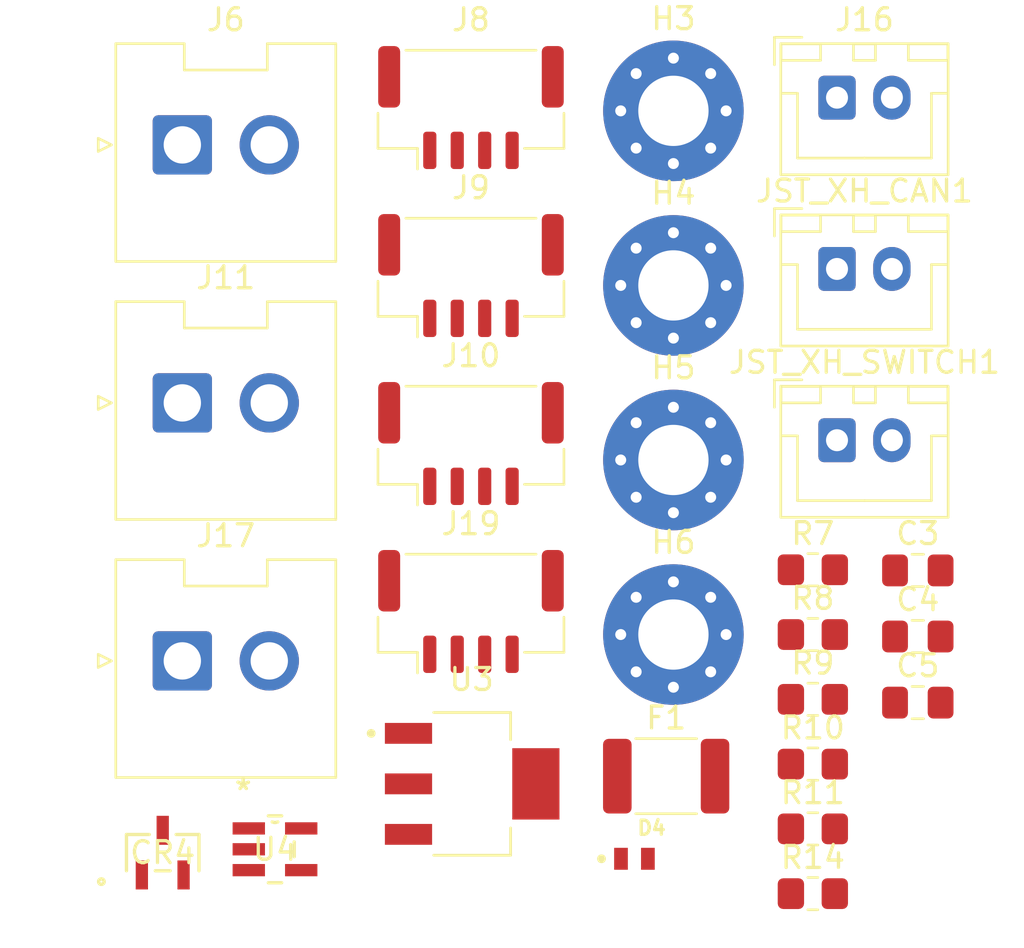
<source format=kicad_pcb>
(kicad_pcb (version 20240108) (generator "pcbnew") (generator_version "8.0")
  (layers (0 "F.Cu" signal) (31 "B.Cu" signal) (34 "B.Paste" user) (35 "F.Paste" user) (36 "B.SilkS" user "B.Silkscreen") (37 "F.SilkS" user "F.Silkscreen") (38 "B.Mask" user) (39 "F.Mask" user) (44 "Edge.Cuts" user))
  (net 0 "")
  (net 1 "GND")
  (net 2 "Net-(U3-VIN)")
  (net 3 "SWITCH")
  (net 4 "V_REG")
  (net 5 "CAN_LOW")
  (net 6 "GND_CAN")
  (net 7 "CAN_HIGH")
  (net 8 "DW_POWER")
  (net 9 "Net-(H3-Pad1)")
  (net 10 "Net-(H4-Pad1)")
  (net 11 "Net-(H5-Pad1)")
  (net 12 "Net-(H6-Pad1)")
  (net 13 "VCC")
  (net 14 "Net-(U4-NO)")
  (net 15 "HEAT_SINK")
  (footprint "Connector_JST:JST_XH_B2B-XH-A_1x02_P2.50mm_Vertical" (layer "F.Cu") (at 136.1 67.55)
    (property "Reference" "JST_XH_CAN1" (at 1.25 -3.55 0) (layer "F.SilkS"))
    (property "Value" "JST XH B2B-XH-A")
    (fp_line (start -2.85 -2.75) (end -2.85 -1.5) (stroke (width 0.12)) (layer "F.SilkS"))
    (fp_line (start -2.56 -2.46) (end -2.56 3.51) (stroke (width 0.12)) (layer "F.SilkS"))
    (fp_line (start -2.56 3.51) (end 5.06 3.51) (stroke (width 0.12)) (layer "F.SilkS"))
    (fp_line (start -2.55 -2.45) (end -2.55 -1.7) (stroke (width 0.12)) (layer "F.SilkS"))
    (fp_line (start -2.55 -1.7) (end -0.75 -1.7) (stroke (width 0.12)) (layer "F.SilkS"))
    (fp_line (start -2.55 -0.2) (end -1.8 -0.2) (stroke (width 0.12)) (layer "F.SilkS"))
    (fp_line (start -1.8 -0.2) (end -1.8 2.75) (stroke (width 0.12)) (layer "F.SilkS"))
    (fp_line (start -1.8 2.75) (end 1.25 2.75) (stroke (width 0.12)) (layer "F.SilkS"))
    (fp_line (start -1.6 -2.75) (end -2.85 -2.75) (stroke (width 0.12)) (layer "F.SilkS"))
    (fp_line (start -0.75 -2.45) (end -2.55 -2.45) (stroke (width 0.12)) (layer "F.SilkS"))
    (fp_line (start -0.75 -1.7) (end -0.75 -2.45) (stroke (width 0.12)) (layer "F.SilkS"))
    (fp_line (start 0.75 -2.45) (end 0.75 -1.7) (stroke (width 0.12)) (layer "F.SilkS"))
    (fp_line (start 0.75 -1.7) (end 1.75 -1.7) (stroke (width 0.12)) (layer "F.SilkS"))
    (fp_line (start 1.75 -2.45) (end 0.75 -2.45) (stroke (width 0.12)) (layer "F.SilkS"))
    (fp_line (start 1.75 -1.7) (end 1.75 -2.45) (stroke (width 0.12)) (layer "F.SilkS"))
    (fp_line (start 3.25 -2.45) (end 3.25 -1.7) (stroke (width 0.12)) (layer "F.SilkS"))
    (fp_line (start 3.25 -1.7) (end 5.05 -1.7) (stroke (width 0.12)) (layer "F.SilkS"))
    (fp_line (start 4.3 -0.2) (end 4.3 2.75) (stroke (width 0.12)) (layer "F.SilkS"))
    (fp_line (start 4.3 2.75) (end 1.25 2.75) (stroke (width 0.12)) (layer "F.SilkS"))
    (fp_line (start 5.05 -2.45) (end 3.25 -2.45) (stroke (width 0.12)) (layer "F.SilkS"))
    (fp_line (start 5.05 -1.7) (end 5.05 -2.45) (stroke (width 0.12)) (layer "F.SilkS"))
    (fp_line (start 5.05 -0.2) (end 4.3 -0.2) (stroke (width 0.12)) (layer "F.SilkS"))
    (fp_line (start 5.06 -2.46) (end -2.56 -2.46) (stroke (width 0.12)) (layer "F.SilkS"))
    (fp_line (start 5.06 3.51) (end 5.06 -2.46) (stroke (width 0.12)) (layer "F.SilkS"))
    (pad "1" thru_hole roundrect (at 0 0) (size 1.7 2) (drill 1) (layers "*.Cu" "*.Mask") (roundrect_rratio 0.147059) (net 5 "CAN_LOW"))
    (pad "2" thru_hole oval (at 2.5 0) (size 1.7 2) (drill 1) (layers "*.Cu" "*.Mask") (net 7 "CAN_HIGH"))
  )
  (footprint "Resistor_SMD:R_0805_2012Metric_Pad1.20x1.40mm_HandSolder" (layer "F.Cu") (at 135 84.2)
    (property "Reference" "R8" (at 0 -1.65 0) (layer "F.SilkS"))
    (property "Value" "1M")
    (fp_line (start -0.227064 -0.735) (end 0.227064 -0.735) (stroke (width 0.12)) (layer "F.SilkS"))
    (fp_line (start -0.227064 0.735) (end 0.227064 0.735) (stroke (width 0.12)) (layer "F.SilkS"))
    (pad "1" smd roundrect (at -1 0) (size 1.2 1.4) (layers "F.Cu" "F.Paste" "F.Mask") (roundrect_rratio 0.208333) (net 10 "Net-(H4-Pad1)"))
    (pad "2" smd roundrect (at 1 0) (size 1.2 1.4) (layers "F.Cu" "F.Paste" "F.Mask") (roundrect_rratio 0.208333) (net 1 "GND"))
  )
  (footprint "MountingHole:MountingHole_3.2mm_M3_Pad_Via" (layer "F.Cu") (at 128.65 60.35)
    (property "Reference" "H3" (at 0 -4.2 0) (layer "F.SilkS"))
    (property "Value" "MountingHole_Pad")
    (pad "1" thru_hole circle (at -2.4 0) (size 0.8 0.8) (drill 0.5) (layers "*.Cu" "*.Mask") (net 9 "Net-(H3-Pad1)"))
    (pad "1" thru_hole circle (at -1.697056 -1.697056) (size 0.8 0.8) (drill 0.5) (layers "*.Cu" "*.Mask") (net 9 "Net-(H3-Pad1)"))
    (pad "1" thru_hole circle (at -1.697056 1.697056) (size 0.8 0.8) (drill 0.5) (layers "*.Cu" "*.Mask") (net 9 "Net-(H3-Pad1)"))
    (pad "1" thru_hole circle (at 0 -2.4) (size 0.8 0.8) (drill 0.5) (layers "*.Cu" "*.Mask") (net 9 "Net-(H3-Pad1)"))
    (pad "1" thru_hole circle (at 0 0) (size 6.4 6.4) (drill 3.2) (layers "*.Cu" "*.Mask") (net 9 "Net-(H3-Pad1)"))
    (pad "1" thru_hole circle (at 0 2.4) (size 0.8 0.8) (drill 0.5) (layers "*.Cu" "*.Mask") (net 9 "Net-(H3-Pad1)"))
    (pad "1" thru_hole circle (at 1.697056 -1.697056) (size 0.8 0.8) (drill 0.5) (layers "*.Cu" "*.Mask") (net 9 "Net-(H3-Pad1)"))
    (pad "1" thru_hole circle (at 1.697056 1.697056) (size 0.8 0.8) (drill 0.5) (layers "*.Cu" "*.Mask") (net 9 "Net-(H3-Pad1)"))
    (pad "1" thru_hole circle (at 2.4 0) (size 0.8 0.8) (drill 0.5) (layers "*.Cu" "*.Mask") (net 9 "Net-(H3-Pad1)"))
  )
  (footprint "Connector_JST:JST_GH_BM04B-GHS-TBT_1x04-1MP_P1.25mm_Vertical" (layer "F.Cu") (at 119.43 83.15)
    (property "Reference" "J19" (at 0 -4 0) (layer "F.SilkS"))
    (property "Value" "Conn_01x04")
    (fp_line (start -4.235 0.26) (end -4.235 1.86) (stroke (width 0.12)) (layer "F.SilkS"))
    (fp_line (start -4.235 1.86) (end -2.435 1.86) (stroke (width 0.12)) (layer "F.SilkS"))
    (fp_line (start -2.965 -2.61) (end 2.965 -2.61) (stroke (width 0.12)) (layer "F.SilkS"))
    (fp_line (start -2.435 1.86) (end -2.435 2.8) (stroke (width 0.12)) (layer "F.SilkS"))
    (fp_line (start 4.235 0.26) (end 4.235 1.86) (stroke (width 0.12)) (layer "F.SilkS"))
    (fp_line (start 4.235 1.86) (end 2.435 1.86) (stroke (width 0.12)) (layer "F.SilkS"))
    (pad "1" smd roundrect (at -1.875 1.95) (size 0.6 1.7) (layers "F.Cu" "F.Paste" "F.Mask") (net 1 "GND"))
    (pad "2" smd roundrect (at -0.625 1.95) (size 0.6 1.7) (layers "F.Cu" "F.Paste" "F.Mask") (net 5 "CAN_LOW"))
    (pad "3" smd roundrect (at 0.625 1.95) (size 0.6 1.7) (layers "F.Cu" "F.Paste" "F.Mask") (net 7 "CAN_HIGH"))
    (pad "4" smd roundrect (at 1.875 1.95) (size 0.6 1.7) (layers "F.Cu" "F.Paste" "F.Mask") (net 13 "VCC"))
    (pad "MP" smd roundrect (at -3.725 -1.4) (size 1 2.8) (layers "F.Cu" "F.Paste" "F.Mask"))
    (pad "MP" smd roundrect (at 3.725 -1.4) (size 1 2.8) (layers "F.Cu" "F.Paste" "F.Mask"))
  )
  (footprint "Capacitor_SMD:C_0805_2012Metric_Pad1.18x1.45mm_HandSolder" (layer "F.Cu") (at 139.78 81.28)
    (property "Reference" "C3" (at 0 -1.68 0) (layer "F.SilkS"))
    (property "Value" "0.1uF")
    (fp_line (start -0.261252 -0.735) (end 0.261252 -0.735) (stroke (width 0.12)) (layer "F.SilkS"))
    (fp_line (start -0.261252 0.735) (end 0.261252 0.735) (stroke (width 0.12)) (layer "F.SilkS"))
    (pad "1" smd roundrect (at -1.0375 0) (size 1.175 1.45) (layers "F.Cu" "F.Paste" "F.Mask") (roundrect_rratio 0.212766) (net 1 "GND"))
    (pad "2" smd roundrect (at 1.0375 0) (size 1.175 1.45) (layers "F.Cu" "F.Paste" "F.Mask") (roundrect_rratio 0.212766) (net 2 "Net-(U3-VIN)"))
  )
  (footprint "MountingHole:MountingHole_3.2mm_M3_Pad_Via" (layer "F.Cu") (at 128.65 84.2)
    (property "Reference" "H6" (at 0 -4.2 0) (layer "F.SilkS"))
    (property "Value" "MountingHole_Pad")
    (pad "1" thru_hole circle (at -2.4 0) (size 0.8 0.8) (drill 0.5) (layers "*.Cu" "*.Mask") (net 12 "Net-(H6-Pad1)"))
    (pad "1" thru_hole circle (at -1.697056 -1.697056) (size 0.8 0.8) (drill 0.5) (layers "*.Cu" "*.Mask") (net 12 "Net-(H6-Pad1)"))
    (pad "1" thru_hole circle (at -1.697056 1.697056) (size 0.8 0.8) (drill 0.5) (layers "*.Cu" "*.Mask") (net 12 "Net-(H6-Pad1)"))
    (pad "1" thru_hole circle (at 0 -2.4) (size 0.8 0.8) (drill 0.5) (layers "*.Cu" "*.Mask") (net 12 "Net-(H6-Pad1)"))
    (pad "1" thru_hole circle (at 0 0) (size 6.4 6.4) (drill 3.2) (layers "*.Cu" "*.Mask") (net 12 "Net-(H6-Pad1)"))
    (pad "1" thru_hole circle (at 0 2.4) (size 0.8 0.8) (drill 0.5) (layers "*.Cu" "*.Mask") (net 12 "Net-(H6-Pad1)"))
    (pad "1" thru_hole circle (at 1.697056 -1.697056) (size 0.8 0.8) (drill 0.5) (layers "*.Cu" "*.Mask") (net 12 "Net-(H6-Pad1)"))
    (pad "1" thru_hole circle (at 1.697056 1.697056) (size 0.8 0.8) (drill 0.5) (layers "*.Cu" "*.Mask") (net 12 "Net-(H6-Pad1)"))
    (pad "1" thru_hole circle (at 2.4 0) (size 0.8 0.8) (drill 0.5) (layers "*.Cu" "*.Mask") (net 12 "Net-(H6-Pad1)"))
  )
  (footprint "Resistor_SMD:R_0805_2012Metric_Pad1.20x1.40mm_HandSolder" (layer "F.Cu") (at 135 93.05)
    (property "Reference" "R11" (at 0 -1.65 0) (layer "F.SilkS"))
    (property "Value" "1M")
    (fp_line (start -0.227064 -0.735) (end 0.227064 -0.735) (stroke (width 0.12)) (layer "F.SilkS"))
    (fp_line (start -0.227064 0.735) (end 0.227064 0.735) (stroke (width 0.12)) (layer "F.SilkS"))
    (pad "1" smd roundrect (at -1 0) (size 1.2 1.4) (layers "F.Cu" "F.Paste" "F.Mask") (roundrect_rratio 0.208333) (net 9 "Net-(H3-Pad1)"))
    (pad "2" smd roundrect (at 1 0) (size 1.2 1.4) (layers "F.Cu" "F.Paste" "F.Mask") (roundrect_rratio 0.208333) (net 1 "GND"))
  )
  (footprint "Connector_JST:JST_VH_B2P-VH-FB-B_1x02_P3.96mm_Vertical" (layer "F.Cu") (at 106.285 85.4)
    (property "Reference" "J17" (at 1.98 -5.7 0) (layer "F.SilkS"))
    (property "Value" "JST_VH_IN/OUT")
    (fp_line (start -3.83 -0.3) (end -3.23 0) (stroke (width 0.12)) (layer "F.SilkS"))
    (fp_line (start -3.83 0.3) (end -3.83 -0.3) (stroke (width 0.12)) (layer "F.SilkS"))
    (fp_line (start -3.23 0) (end -3.83 0.3) (stroke (width 0.12)) (layer "F.SilkS"))
    (fp_line (start -3.03 -4.61) (end 0.09 -4.61) (stroke (width 0.12)) (layer "F.SilkS"))
    (fp_line (start -3.03 5.31) (end -3.03 -4.61) (stroke (width 0.12)) (layer "F.SilkS"))
    (fp_line (start 0.09 -4.61) (end 0.09 -3.41) (stroke (width 0.12)) (layer "F.SilkS"))
    (fp_line (start 0.09 -3.41) (end 3.87 -3.41) (stroke (width 0.12)) (layer "F.SilkS"))
    (fp_line (start 3.87 -4.61) (end 6.99 -4.61) (stroke (width 0.12)) (layer "F.SilkS"))
    (fp_line (start 3.87 -3.41) (end 3.87 -4.61) (stroke (width 0.12)) (layer "F.SilkS"))
    (fp_line (start 6.99 -4.61) (end 6.99 5.31) (stroke (width 0.12)) (layer "F.SilkS"))
    (fp_line (start 6.99 5.31) (end -3.03 5.31) (stroke (width 0.12)) (layer "F.SilkS"))
    (pad "" np_thru_hole circle (at -1.5 -3.4) (size 1.45 1.45) (drill 1.45) (layers "*.Cu" "*.Mask"))
    (pad "1" thru_hole roundrect (at 0 0) (size 2.7 2.7) (drill 1.7) (layers "*.Cu" "*.Mask") (roundrect_rratio 0.092593) (net 1 "GND"))
    (pad "2" thru_hole circle (at 3.96 0) (size 2.7 2.7) (drill 1.7) (layers "*.Cu" "*.Mask") (net 8 "DW_POWER"))
  )
  (footprint "Connector_JST:JST_GH_BM04B-GHS-TBT_1x04-1MP_P1.25mm_Vertical" (layer "F.Cu") (at 119.43 67.85)
    (property "Reference" "J9" (at 0 -4 0) (layer "F.SilkS"))
    (property "Value" "Conn_01x04")
    (fp_line (start -4.235 0.26) (end -4.235 1.86) (stroke (width 0.12)) (layer "F.SilkS"))
    (fp_line (start -4.235 1.86) (end -2.435 1.86) (stroke (width 0.12)) (layer "F.SilkS"))
    (fp_line (start -2.965 -2.61) (end 2.965 -2.61) (stroke (width 0.12)) (layer "F.SilkS"))
    (fp_line (start -2.435 1.86) (end -2.435 2.8) (stroke (width 0.12)) (layer "F.SilkS"))
    (fp_line (start 4.235 0.26) (end 4.235 1.86) (stroke (width 0.12)) (layer "F.SilkS"))
    (fp_line (start 4.235 1.86) (end 2.435 1.86) (stroke (width 0.12)) (layer "F.SilkS"))
    (pad "1" smd roundrect (at -1.875 1.95) (size 0.6 1.7) (layers "F.Cu" "F.Paste" "F.Mask") (net 1 "GND"))
    (pad "2" smd roundrect (at -0.625 1.95) (size 0.6 1.7) (layers "F.Cu" "F.Paste" "F.Mask") (net 5 "CAN_LOW"))
    (pad "3" smd roundrect (at 0.625 1.95) (size 0.6 1.7) (layers "F.Cu" "F.Paste" "F.Mask") (net 7 "CAN_HIGH"))
    (pad "4" smd roundrect (at 1.875 1.95) (size 0.6 1.7) (layers "F.Cu" "F.Paste" "F.Mask") (net 13 "VCC"))
    (pad "MP" smd roundrect (at -3.725 -1.4) (size 1 2.8) (layers "F.Cu" "F.Paste" "F.Mask"))
    (pad "MP" smd roundrect (at 3.725 -1.4) (size 1 2.8) (layers "F.Cu" "F.Paste" "F.Mask"))
  )
  (footprint "Connector_JST:JST_XH_B2B-XH-A_1x02_P2.50mm_Vertical" (layer "F.Cu") (at 136.1 75.35)
    (property "Reference" "JST_XH_SWITCH1" (at 1.25 -3.55 0) (layer "F.SilkS"))
    (property "Value" "JST XH B2B-XH-A")
    (fp_line (start -2.85 -2.75) (end -2.85 -1.5) (stroke (width 0.12)) (layer "F.SilkS"))
    (fp_line (start -2.56 -2.46) (end -2.56 3.51) (stroke (width 0.12)) (layer "F.SilkS"))
    (fp_line (start -2.56 3.51) (end 5.06 3.51) (stroke (width 0.12)) (layer "F.SilkS"))
    (fp_line (start -2.55 -2.45) (end -2.55 -1.7) (stroke (width 0.12)) (layer "F.SilkS"))
    (fp_line (start -2.55 -1.7) (end -0.75 -1.7) (stroke (width 0.12)) (layer "F.SilkS"))
    (fp_line (start -2.55 -0.2) (end -1.8 -0.2) (stroke (width 0.12)) (layer "F.SilkS"))
    (fp_line (start -1.8 -0.2) (end -1.8 2.75) (stroke (width 0.12)) (layer "F.SilkS"))
    (fp_line (start -1.8 2.75) (end 1.25 2.75) (stroke (width 0.12)) (layer "F.SilkS"))
    (fp_line (start -1.6 -2.75) (end -2.85 -2.75) (stroke (width 0.12)) (layer "F.SilkS"))
    (fp_line (start -0.75 -2.45) (end -2.55 -2.45) (stroke (width 0.12)) (layer "F.SilkS"))
    (fp_line (start -0.75 -1.7) (end -0.75 -2.45) (stroke (width 0.12)) (layer "F.SilkS"))
    (fp_line (start 0.75 -2.45) (end 0.75 -1.7) (stroke (width 0.12)) (layer "F.SilkS"))
    (fp_line (start 0.75 -1.7) (end 1.75 -1.7) (stroke (width 0.12)) (layer "F.SilkS"))
    (fp_line (start 1.75 -2.45) (end 0.75 -2.45) (stroke (width 0.12)) (layer "F.SilkS"))
    (fp_line (start 1.75 -1.7) (end 1.75 -2.45) (stroke (width 0.12)) (layer "F.SilkS"))
    (fp_line (start 3.25 -2.45) (end 3.25 -1.7) (stroke (width 0.12)) (layer "F.SilkS"))
    (fp_line (start 3.25 -1.7) (end 5.05 -1.7) (stroke (width 0.12)) (layer "F.SilkS"))
    (fp_line (start 4.3 -0.2) (end 4.3 2.75) (stroke (width 0.12)) (layer "F.SilkS"))
    (fp_line (start 4.3 2.75) (end 1.25 2.75) (stroke (width 0.12)) (layer "F.SilkS"))
    (fp_line (start 5.05 -2.45) (end 3.25 -2.45) (stroke (width 0.12)) (layer "F.SilkS"))
    (fp_line (start 5.05 -1.7) (end 5.05 -2.45) (stroke (width 0.12)) (layer "F.SilkS"))
    (fp_line (start 5.05 -0.2) (end 4.3 -0.2) (stroke (width 0.12)) (layer "F.SilkS"))
    (fp_line (start 5.06 -2.46) (end -2.56 -2.46) (stroke (width 0.12)) (layer "F.SilkS"))
    (fp_line (start 5.06 3.51) (end 5.06 -2.46) (stroke (width 0.12)) (layer "F.SilkS"))
    (pad "1" thru_hole roundrect (at 0 0) (size 1.7 2) (drill 1) (layers "*.Cu" "*.Mask") (roundrect_rratio 0.147059) (net 1 "GND"))
    (pad "2" thru_hole oval (at 2.5 0) (size 1.7 2) (drill 1) (layers "*.Cu" "*.Mask") (net 3 "SWITCH"))
  )
  (footprint "TS12A4514:DBV5" (layer "F.Cu") (at 110.5056 93.9792)
    (property "Reference" "U4" (at 0 0 0) (layer "F.SilkS"))
    (property "Value" "TS12A4514DBVR")
    (fp_line (start -0.302516 1.524) (end 0.302516 1.524) (stroke (width 0.1524)) (layer "F.SilkS"))
    (fp_line (start 0.302516 -1.524) (end -0.302516 -1.524) (stroke (width 0.1524)) (layer "F.SilkS"))
    (fp_line (start 0.8763 0.337861) (end 0.8763 -0.337861) (stroke (width 0.1524)) (layer "F.SilkS"))
    (fp_arc (start 0.124872 -1.245953) (mid 0 -1.2192) (end -0.124872 -1.245953) (stroke (width 0.1524)) (layer "F.SilkS"))
    (fp_text user "*" (at -1.4478 -2.6518 0) (layer "F.SilkS"))
    (fp_text user "*" (at -1.4478 -2.6518 0) (layer "F.SilkS"))
    (pad "1" smd rect (at -1.1938 -0.950001) (size 1.4732 0.5588) (layers "F.Cu" "F.Paste" "F.Mask") (net 5 "CAN_LOW"))
    (pad "2" smd rect (at -1.1938 0) (size 1.4732 0.5588) (layers "F.Cu" "F.Paste" "F.Mask") (net 14 "Net-(U4-NO)"))
    (pad "3" smd rect (at -1.1938 0.950001) (size 1.4732 0.5588) (layers "F.Cu" "F.Paste" "F.Mask") (net 1 "GND"))
    (pad "4" smd rect (at 1.1938 0.950001) (size 1.4732 0.5588) (layers "F.Cu" "F.Paste" "F.Mask") (net 3 "SWITCH"))
    (pad "5" smd rect (at 1.1938 -0.950001) (size 1.4732 0.5588) (layers "F.Cu" "F.Paste" "F.Mask") (net 4 "V_REG"))
  )
  (footprint "Connector_JST:JST_GH_BM04B-GHS-TBT_1x04-1MP_P1.25mm_Vertical" (layer "F.Cu") (at 119.43 75.5)
    (property "Reference" "J10" (at 0 -4 0) (layer "F.SilkS"))
    (property "Value" "Conn_01x04")
    (fp_line (start -4.235 0.26) (end -4.235 1.86) (stroke (width 0.12)) (layer "F.SilkS"))
    (fp_line (start -4.235 1.86) (end -2.435 1.86) (stroke (width 0.12)) (layer "F.SilkS"))
    (fp_line (start -2.965 -2.61) (end 2.965 -2.61) (stroke (width 0.12)) (layer "F.SilkS"))
    (fp_line (start -2.435 1.86) (end -2.435 2.8) (stroke (width 0.12)) (layer "F.SilkS"))
    (fp_line (start 4.235 0.26) (end 4.235 1.86) (stroke (width 0.12)) (layer "F.SilkS"))
    (fp_line (start 4.235 1.86) (end 2.435 1.86) (stroke (width 0.12)) (layer "F.SilkS"))
    (pad "1" smd roundrect (at -1.875 1.95) (size 0.6 1.7) (layers "F.Cu" "F.Paste" "F.Mask") (net 1 "GND"))
    (pad "2" smd roundrect (at -0.625 1.95) (size 0.6 1.7) (layers "F.Cu" "F.Paste" "F.Mask") (net 5 "CAN_LOW"))
    (pad "3" smd roundrect (at 0.625 1.95) (size 0.6 1.7) (layers "F.Cu" "F.Paste" "F.Mask") (net 7 "CAN_HIGH"))
    (pad "4" smd roundrect (at 1.875 1.95) (size 0.6 1.7) (layers "F.Cu" "F.Paste" "F.Mask") (net 13 "VCC"))
    (pad "MP" smd roundrect (at -3.725 -1.4) (size 1 2.8) (layers "F.Cu" "F.Paste" "F.Mask"))
    (pad "MP" smd roundrect (at 3.725 -1.4) (size 1 2.8) (layers "F.Cu" "F.Paste" "F.Mask"))
  )
  (footprint "Resistor_SMD:R_0805_2012Metric_Pad1.20x1.40mm_HandSolder" (layer "F.Cu") (at 135 96)
    (property "Reference" "R14" (at 0 -1.65 0) (layer "F.SilkS"))
    (property "Value" "1M")
    (fp_line (start -0.227064 -0.735) (end 0.227064 -0.735) (stroke (width 0.12)) (layer "F.SilkS"))
    (fp_line (start -0.227064 0.735) (end 0.227064 0.735) (stroke (width 0.12)) (layer "F.SilkS"))
    (pad "1" smd roundrect (at -1 0) (size 1.2 1.4) (layers "F.Cu" "F.Paste" "F.Mask") (roundrect_rratio 0.208333) (net 12 "Net-(H6-Pad1)"))
    (pad "2" smd roundrect (at 1 0) (size 1.2 1.4) (layers "F.Cu" "F.Paste" "F.Mask") (roundrect_rratio 0.208333) (net 1 "GND"))
  )
  (footprint "Connector_JST:JST_GH_BM04B-GHS-TBT_1x04-1MP_P1.25mm_Vertical" (layer "F.Cu") (at 119.43 60.2)
    (property "Reference" "J8" (at 0 -4 0) (layer "F.SilkS"))
    (property "Value" "Conn_01x04")
    (fp_line (start -4.235 0.26) (end -4.235 1.86) (stroke (width 0.12)) (layer "F.SilkS"))
    (fp_line (start -4.235 1.86) (end -2.435 1.86) (stroke (width 0.12)) (layer "F.SilkS"))
    (fp_line (start -2.965 -2.61) (end 2.965 -2.61) (stroke (width 0.12)) (layer "F.SilkS"))
    (fp_line (start -2.435 1.86) (end -2.435 2.8) (stroke (width 0.12)) (layer "F.SilkS"))
    (fp_line (start 4.235 0.26) (end 4.235 1.86) (stroke (width 0.12)) (layer "F.SilkS"))
    (fp_line (start 4.235 1.86) (end 2.435 1.86) (stroke (width 0.12)) (layer "F.SilkS"))
    (pad "1" smd roundrect (at -1.875 1.95) (size 0.6 1.7) (layers "F.Cu" "F.Paste" "F.Mask") (net 1 "GND"))
    (pad "2" smd roundrect (at -0.625 1.95) (size 0.6 1.7) (layers "F.Cu" "F.Paste" "F.Mask") (net 5 "CAN_LOW"))
    (pad "3" smd roundrect (at 0.625 1.95) (size 0.6 1.7) (layers "F.Cu" "F.Paste" "F.Mask") (net 7 "CAN_HIGH"))
    (pad "4" smd roundrect (at 1.875 1.95) (size 0.6 1.7) (layers "F.Cu" "F.Paste" "F.Mask") (net 13 "VCC"))
    (pad "MP" smd roundrect (at -3.725 -1.4) (size 1 2.8) (layers "F.Cu" "F.Paste" "F.Mask"))
    (pad "MP" smd roundrect (at 3.725 -1.4) (size 1 2.8) (layers "F.Cu" "F.Paste" "F.Mask"))
  )
  (footprint "Capacitor_SMD:C_0805_2012Metric_Pad1.18x1.45mm_HandSolder" (layer "F.Cu") (at 139.78 87.3)
    (property "Reference" "C5" (at 0 -1.68 0) (layer "F.SilkS"))
    (property "Value" "10uF")
    (fp_line (start -0.261252 -0.735) (end 0.261252 -0.735) (stroke (width 0.12)) (layer "F.SilkS"))
    (fp_line (start -0.261252 0.735) (end 0.261252 0.735) (stroke (width 0.12)) (layer "F.SilkS"))
    (pad "1" smd roundrect (at -1.0375 0) (size 1.175 1.45) (layers "F.Cu" "F.Paste" "F.Mask") (roundrect_rratio 0.212766) (net 1 "GND"))
    (pad "2" smd roundrect (at 1.0375 0) (size 1.175 1.45) (layers "F.Cu" "F.Paste" "F.Mask") (roundrect_rratio 0.212766) (net 4 "V_REG"))
  )
  (footprint "Resistor_SMD:R_0805_2012Metric_Pad1.20x1.40mm_HandSolder" (layer "F.Cu") (at 135 90.1)
    (property "Reference" "R10" (at 0 -1.65 0) (layer "F.SilkS"))
    (property "Value" "120R")
    (fp_line (start -0.227064 -0.735) (end 0.227064 -0.735) (stroke (width 0.12)) (layer "F.SilkS"))
    (fp_line (start -0.227064 0.735) (end 0.227064 0.735) (stroke (width 0.12)) (layer "F.SilkS"))
    (pad "1" smd roundrect (at -1 0) (size 1.2 1.4) (layers "F.Cu" "F.Paste" "F.Mask") (roundrect_rratio 0.208333) (net 7 "CAN_HIGH"))
    (pad "2" smd roundrect (at 1 0) (size 1.2 1.4) (layers "F.Cu" "F.Paste" "F.Mask") (roundrect_rratio 0.208333) (net 14 "Net-(U4-NO)"))
  )
  (footprint "MountingHole:MountingHole_3.2mm_M3_Pad_Via" (layer "F.Cu") (at 128.65 68.3)
    (property "Reference" "H4" (at 0 -4.2 0) (layer "F.SilkS"))
    (property "Value" "MountingHole_Pad")
    (pad "1" thru_hole circle (at -2.4 0) (size 0.8 0.8) (drill 0.5) (layers "*.Cu" "*.Mask") (net 10 "Net-(H4-Pad1)"))
    (pad "1" thru_hole circle (at -1.697056 -1.697056) (size 0.8 0.8) (drill 0.5) (layers "*.Cu" "*.Mask") (net 10 "Net-(H4-Pad1)"))
    (pad "1" thru_hole circle (at -1.697056 1.697056) (size 0.8 0.8) (drill 0.5) (layers "*.Cu" "*.Mask") (net 10 "Net-(H4-Pad1)"))
    (pad "1" thru_hole circle (at 0 -2.4) (size 0.8 0.8) (drill 0.5) (layers "*.Cu" "*.Mask") (net 10 "Net-(H4-Pad1)"))
    (pad "1" thru_hole circle (at 0 0) (size 6.4 6.4) (drill 3.2) (layers "*.Cu" "*.Mask") (net 10 "Net-(H4-Pad1)"))
    (pad "1" thru_hole circle (at 0 2.4) (size 0.8 0.8) (drill 0.5) (layers "*.Cu" "*.Mask") (net 10 "Net-(H4-Pad1)"))
    (pad "1" thru_hole circle (at 1.697056 -1.697056) (size 0.8 0.8) (drill 0.5) (layers "*.Cu" "*.Mask") (net 10 "Net-(H4-Pad1)"))
    (pad "1" thru_hole circle (at 1.697056 1.697056) (size 0.8 0.8) (drill 0.5) (layers "*.Cu" "*.Mask") (net 10 "Net-(H4-Pad1)"))
    (pad "1" thru_hole circle (at 2.4 0) (size 0.8 0.8) (drill 0.5) (layers "*.Cu" "*.Mask") (net 10 "Net-(H4-Pad1)"))
  )
  (footprint "Fuse:Fuse_1812_4532Metric_Pad1.30x3.40mm_HandSolder" (layer "F.Cu") (at 128.32 90.65)
    (property "Reference" "F1" (at 0 -2.65 0) (layer "F.SilkS"))
    (property "Value" "1.1A")
    (fp_line (start -1.386252 -1.71) (end 1.386252 -1.71) (stroke (width 0.12)) (layer "F.SilkS"))
    (fp_line (start -1.386252 1.71) (end 1.386252 1.71) (stroke (width 0.12)) (layer "F.SilkS"))
    (pad "1" smd roundrect (at -2.225 0) (size 1.3 3.4) (layers "F.Cu" "F.Paste" "F.Mask") (roundrect_rratio 0.192308) (net 2 "Net-(U3-VIN)"))
    (pad "2" smd roundrect (at 2.225 0) (size 1.3 3.4) (layers "F.Cu" "F.Paste" "F.Mask") (roundrect_rratio 0.192308) (net 8 "DW_POWER"))
  )
  (footprint "Connector_JST:JST_XH_B2B-XH-A_1x02_P2.50mm_Vertical" (layer "F.Cu") (at 136.1 59.75)
    (property "Reference" "J16" (at 1.25 -3.55 0) (layer "F.SilkS"))
    (property "Value" "JST_XH")
    (fp_line (start -2.85 -2.75) (end -2.85 -1.5) (stroke (width 0.12)) (layer "F.SilkS"))
    (fp_line (start -2.56 -2.46) (end -2.56 3.51) (stroke (width 0.12)) (layer "F.SilkS"))
    (fp_line (start -2.56 3.51) (end 5.06 3.51) (stroke (width 0.12)) (layer "F.SilkS"))
    (fp_line (start -2.55 -2.45) (end -2.55 -1.7) (stroke (width 0.12)) (layer "F.SilkS"))
    (fp_line (start -2.55 -1.7) (end -0.75 -1.7) (stroke (width 0.12)) (layer "F.SilkS"))
    (fp_line (start -2.55 -0.2) (end -1.8 -0.2) (stroke (width 0.12)) (layer "F.SilkS"))
    (fp_line (start -1.8 -0.2) (end -1.8 2.75) (stroke (width 0.12)) (layer "F.SilkS"))
    (fp_line (start -1.8 2.75) (end 1.25 2.75) (stroke (width 0.12)) (layer "F.SilkS"))
    (fp_line (start -1.6 -2.75) (end -2.85 -2.75) (stroke (width 0.12)) (layer "F.SilkS"))
    (fp_line (start -0.75 -2.45) (end -2.55 -2.45) (stroke (width 0.12)) (layer "F.SilkS"))
    (fp_line (start -0.75 -1.7) (end -0.75 -2.45) (stroke (width 0.12)) (layer "F.SilkS"))
    (fp_line (start 0.75 -2.45) (end 0.75 -1.7) (stroke (width 0.12)) (layer "F.SilkS"))
    (fp_line (start 0.75 -1.7) (end 1.75 -1.7) (stroke (width 0.12)) (layer "F.SilkS"))
    (fp_line (start 1.75 -2.45) (end 0.75 -2.45) (stroke (width 0.12)) (layer "F.SilkS"))
    (fp_line (start 1.75 -1.7) (end 1.75 -2.45) (stroke (width 0.12)) (layer "F.SilkS"))
    (fp_line (start 3.25 -2.45) (end 3.25 -1.7) (stroke (width 0.12)) (layer "F.SilkS"))
    (fp_line (start 3.25 -1.7) (end 5.05 -1.7) (stroke (width 0.12)) (layer "F.SilkS"))
    (fp_line (start 4.3 -0.2) (end 4.3 2.75) (stroke (width 0.12)) (layer "F.SilkS"))
    (fp_line (start 4.3 2.75) (end 1.25 2.75) (stroke (width 0.12)) (layer "F.SilkS"))
    (fp_line (start 5.05 -2.45) (end 3.25 -2.45) (stroke (width 0.12)) (layer "F.SilkS"))
    (fp_line (start 5.05 -1.7) (end 5.05 -2.45) (stroke (width 0.12)) (layer "F.SilkS"))
    (fp_line (start 5.05 -0.2) (end 4.3 -0.2) (stroke (width 0.12)) (layer "F.SilkS"))
    (fp_line (start 5.06 -2.46) (end -2.56 -2.46) (stroke (width 0.12)) (layer "F.SilkS"))
    (fp_line (start 5.06 3.51) (end 5.06 -2.46) (stroke (width 0.12)) (layer "F.SilkS"))
    (pad "1" thru_hole roundrect (at 0 0) (size 1.7 2) (drill 1) (layers "*.Cu" "*.Mask") (roundrect_rratio 0.147059) (net 7 "CAN_HIGH"))
    (pad "2" thru_hole oval (at 2.5 0) (size 1.7 2) (drill 1) (layers "*.Cu" "*.Mask") (net 5 "CAN_LOW"))
  )
  (footprint "ESD2CAN36-Q1:SOT-23-3_DBZ_TEX" (layer "F.Cu") (at 105.3922 94.1316)
    (property "Reference" "CR4" (at 0 0 0) (layer "F.SilkS"))
    (property "Value" "ESD2CAN36DBZRQ1")
    (fp_line (start -1.651 -0.8255) (end -1.651 0.8255) (stroke (width 0.1524)) (layer "F.SilkS"))
    (fp_line (start -0.61214 -0.8255) (end -1.651 -0.8255) (stroke (width 0.1524)) (layer "F.SilkS"))
    (fp_line (start -0.337861 0.8255) (end 0.337861 0.8255) (stroke (width 0.1524)) (layer "F.SilkS"))
    (fp_line (start 1.651 -0.8255) (end 0.61214 -0.8255) (stroke (width 0.1524)) (layer "F.SilkS"))
    (fp_line (start 1.651 0.8255) (end 1.651 -0.8255) (stroke (width 0.1524)) (layer "F.SilkS"))
    (fp_circle (center -2.794 1.3208) (end -2.667 1.3208) (stroke (width 0.1524)) (fill none) (layer "F.SilkS"))
    (pad "1" smd rect (at -0.950001 1.016) (size 0.5588 1.3208) (layers "F.Cu" "F.Paste" "F.Mask") (net 7 "CAN_HIGH"))
    (pad "2" smd rect (at 0.950001 1.016) (size 0.5588 1.3208) (layers "F.Cu" "F.Paste" "F.Mask") (net 5 "CAN_LOW"))
    (pad "3" smd rect (at 0 -1.016) (size 0.5588 1.3208) (layers "F.Cu" "F.Paste" "F.Mask") (net 6 "GND_CAN"))
  )
  (footprint "Connector_JST:JST_VH_B2P-VH-FB-B_1x02_P3.96mm_Vertical" (layer "F.Cu") (at 106.285 73.65)
    (property "Reference" "J11" (at 1.98 -5.7 0) (layer "F.SilkS"))
    (property "Value" "JST_VH_IN/OUT")
    (fp_line (start -3.83 -0.3) (end -3.23 0) (stroke (width 0.12)) (layer "F.SilkS"))
    (fp_line (start -3.83 0.3) (end -3.83 -0.3) (stroke (width 0.12)) (layer "F.SilkS"))
    (fp_line (start -3.23 0) (end -3.83 0.3) (stroke (width 0.12)) (layer "F.SilkS"))
    (fp_line (start -3.03 -4.61) (end 0.09 -4.61) (stroke (width 0.12)) (layer "F.SilkS"))
    (fp_line (start -3.03 5.31) (end -3.03 -4.61) (stroke (width 0.12)) (layer "F.SilkS"))
    (fp_line (start 0.09 -4.61) (end 0.09 -3.41) (stroke (width 0.12)) (layer "F.SilkS"))
    (fp_line (start 0.09 -3.41) (end 3.87 -3.41) (stroke (width 0.12)) (layer "F.SilkS"))
    (fp_line (start 3.87 -4.61) (end 6.99 -4.61) (stroke (width 0.12)) (layer "F.SilkS"))
    (fp_line (start 3.87 -3.41) (end 3.87 -4.61) (stroke (width 0.12)) (layer "F.SilkS"))
    (fp_line (start 6.99 -4.61) (end 6.99 5.31) (stroke (width 0.12)) (layer "F.SilkS"))
    (fp_line (start 6.99 5.31) (end -3.03 5.31) (stroke (width 0.12)) (layer "F.SilkS"))
    (pad "" np_thru_hole circle (at -1.5 -3.4) (size 1.45 1.45) (drill 1.45) (layers "*.Cu" "*.Mask"))
    (pad "1" thru_hole roundrect (at 0 0) (size 2.7 2.7) (drill 1.7) (layers "*.Cu" "*.Mask") (roundrect_rratio 0.092593) (net 1 "GND"))
    (pad "2" thru_hole circle (at 3.96 0) (size 2.7 2.7) (drill 1.7) (layers "*.Cu" "*.Mask") (net 8 "DW_POWER"))
  )
  (footprint "Capacitor_SMD:C_0805_2012Metric_Pad1.18x1.45mm_HandSolder" (layer "F.Cu") (at 139.78 84.29)
    (property "Reference" "C4" (at 0 -1.68 0) (layer "F.SilkS"))
    (property "Value" "0.1uF")
    (fp_line (start -0.261252 -0.735) (end 0.261252 -0.735) (stroke (width 0.12)) (layer "F.SilkS"))
    (fp_line (start -0.261252 0.735) (end 0.261252 0.735) (stroke (width 0.12)) (layer "F.SilkS"))
    (pad "1" smd roundrect (at -1.0375 0) (size 1.175 1.45) (layers "F.Cu" "F.Paste" "F.Mask") (roundrect_rratio 0.212766) (net 1 "GND"))
    (pad "2" smd roundrect (at 1.0375 0) (size 1.175 1.45) (layers "F.Cu" "F.Paste" "F.Mask") (roundrect_rratio 0.212766) (net 3 "SWITCH"))
  )
  (footprint "LM2937IMP-8.0:SOT230P700X180-4N" (layer "F.Cu") (at 119.485 91)
    (property "Reference" "U3" (at -0.025 -4.754 0) (layer "F.SilkS"))
    (property "Value" "LM2937IMP-8.0")
    (fp_line (start -1.75 -3.25) (end 1.75 -3.25) (stroke (width 0.127)) (layer "F.SilkS"))
    (fp_line (start -1.75 3.25) (end 1.75 3.25) (stroke (width 0.127)) (layer "F.SilkS"))
    (fp_line (start 1.75 -3.25) (end 1.75 -2.01) (stroke (width 0.127)) (layer "F.SilkS"))
    (fp_line (start 1.75 3.25) (end 1.75 2.01) (stroke (width 0.127)) (layer "F.SilkS"))
    (fp_circle (center -4.6 -2.3) (end -4.5 -2.3) (stroke (width 0.2)) (fill none) (layer "F.SilkS"))
    (pad "1" smd rect (at -2.9 -2.3) (size 2.15 0.95) (layers "F.Cu" "F.Paste" "F.Mask") (net 2 "Net-(U3-VIN)"))
    (pad "2" smd rect (at -2.9 0) (size 2.15 0.95) (layers "F.Cu" "F.Paste" "F.Mask") (net 1 "GND"))
    (pad "3" smd rect (at -2.9 2.3) (size 2.15 0.95) (layers "F.Cu" "F.Paste" "F.Mask") (net 4 "V_REG"))
    (pad "4" smd rect (at 2.9 0) (size 2.15 3.25) (layers "F.Cu" "F.Paste" "F.Mask") (net 15 "HEAT_SINK"))
  )
  (footprint "MountingHole:MountingHole_3.2mm_M3_Pad_Via" (layer "F.Cu") (at 128.65 76.25)
    (property "Reference" "H5" (at 0 -4.2 0) (layer "F.SilkS"))
    (property "Value" "MountingHole_Pad")
    (pad "1" thru_hole circle (at -2.4 0) (size 0.8 0.8) (drill 0.5) (layers "*.Cu" "*.Mask") (net 11 "Net-(H5-Pad1)"))
    (pad "1" thru_hole circle (at -1.697056 -1.697056) (size 0.8 0.8) (drill 0.5) (layers "*.Cu" "*.Mask") (net 11 "Net-(H5-Pad1)"))
    (pad "1" thru_hole circle (at -1.697056 1.697056) (size 0.8 0.8) (drill 0.5) (layers "*.Cu" "*.Mask") (net 11 "Net-(H5-Pad1)"))
    (pad "1" thru_hole circle (at 0 -2.4) (size 0.8 0.8) (drill 0.5) (layers "*.Cu" "*.Mask") (net 11 "Net-(H5-Pad1)"))
    (pad "1" thru_hole circle (at 0 0) (size 6.4 6.4) (drill 3.2) (layers "*.Cu" "*.Mask") (net 11 "Net-(H5-Pad1)"))
    (pad "1" thru_hole circle (at 0 2.4) (size 0.8 0.8) (drill 0.5) (layers "*.Cu" "*.Mask") (net 11 "Net-(H5-Pad1)"))
    (pad "1" thru_hole circle (at 1.697056 -1.697056) (size 0.8 0.8) (drill 0.5) (layers "*.Cu" "*.Mask") (net 11 "Net-(H5-Pad1)"))
    (pad "1" thru_hole circle (at 1.697056 1.697056) (size 0.8 0.8) (drill 0.5) (layers "*.Cu" "*.Mask") (net 11 "Net-(H5-Pad1)"))
    (pad "1" thru_hole circle (at 2.4 0) (size 0.8 0.8) (drill 0.5) (layers "*.Cu" "*.Mask") (net 11 "Net-(H5-Pad1)"))
  )
  (footprint "Connector_JST:JST_VH_B2P-VH-FB-B_1x02_P3.96mm_Vertical" (layer "F.Cu") (at 106.285 61.9)
    (property "Reference" "J6" (at 1.98 -5.7 0) (layer "F.SilkS"))
    (property "Value" "JST_VH_IN/OUT")
    (fp_line (start -3.83 -0.3) (end -3.23 0) (stroke (width 0.12)) (layer "F.SilkS"))
    (fp_line (start -3.83 0.3) (end -3.83 -0.3) (stroke (width 0.12)) (layer "F.SilkS"))
    (fp_line (start -3.23 0) (end -3.83 0.3) (stroke (width 0.12)) (layer "F.SilkS"))
    (fp_line (start -3.03 -4.61) (end 0.09 -4.61) (stroke (width 0.12)) (layer "F.SilkS"))
    (fp_line (start -3.03 5.31) (end -3.03 -4.61) (stroke (width 0.12)) (layer "F.SilkS"))
    (fp_line (start 0.09 -4.61) (end 0.09 -3.41) (stroke (width 0.12)) (layer "F.SilkS"))
    (fp_line (start 0.09 -3.41) (end 3.87 -3.41) (stroke (width 0.12)) (layer "F.SilkS"))
    (fp_line (start 3.87 -4.61) (end 6.99 -4.61) (stroke (width 0.12)) (layer "F.SilkS"))
    (fp_line (start 3.87 -3.41) (end 3.87 -4.61) (stroke (width 0.12)) (layer "F.SilkS"))
    (fp_line (start 6.99 -4.61) (end 6.99 5.31) (stroke (width 0.12)) (layer "F.SilkS"))
    (fp_line (start 6.99 5.31) (end -3.03 5.31) (stroke (width 0.12)) (layer "F.SilkS"))
    (pad "" np_thru_hole circle (at -1.5 -3.4) (size 1.45 1.45) (drill 1.45) (layers "*.Cu" "*.Mask"))
    (pad "1" thru_hole roundrect (at 0 0) (size 2.7 2.7) (drill 1.7) (layers "*.Cu" "*.Mask") (roundrect_rratio 0.092593) (net 1 "GND"))
    (pad "2" thru_hole circle (at 3.96 0) (size 2.7 2.7) (drill 1.7) (layers "*.Cu" "*.Mask") (net 8 "DW_POWER"))
  )
  (footprint "Resistor_SMD:R_0805_2012Metric_Pad1.20x1.40mm_HandSolder" (layer "F.Cu") (at 135 81.25)
    (property "Reference" "R7" (at 0 -1.65 0) (layer "F.SilkS"))
    (property "Value" "1M")
    (fp_line (start -0.227064 -0.735) (end 0.227064 -0.735) (stroke (width 0.12)) (layer "F.SilkS"))
    (fp_line (start -0.227064 0.735) (end 0.227064 0.735) (stroke (width 0.12)) (layer "F.SilkS"))
    (pad "1" smd roundrect (at -1 0) (size 1.2 1.4) (layers "F.Cu" "F.Paste" "F.Mask") (roundrect_rratio 0.208333) (net 11 "Net-(H5-Pad1)"))
    (pad "2" smd roundrect (at 1 0) (size 1.2 1.4) (layers "F.Cu" "F.Paste" "F.Mask") (roundrect_rratio 0.208333) (net 1 "GND"))
  )
  (footprint "Resistor_SMD:R_0805_2012Metric_Pad1.20x1.40mm_HandSolder" (layer "F.Cu") (at 135 87.15)
    (property "Reference" "R9" (at 0 -1.65 0) (layer "F.SilkS"))
    (property "Value" "10kR")
    (fp_line (start -0.227064 -0.735) (end 0.227064 -0.735) (stroke (width 0.12)) (layer "F.SilkS"))
    (fp_line (start -0.227064 0.735) (end 0.227064 0.735) (stroke (width 0.12)) (layer "F.SilkS"))
    (pad "1" smd roundrect (at -1 0) (size 1.2 1.4) (layers "F.Cu" "F.Paste" "F.Mask") (roundrect_rratio 0.208333) (net 4 "V_REG"))
    (pad "2" smd roundrect (at 1 0) (size 1.2 1.4) (layers "F.Cu" "F.Paste" "F.Mask") (roundrect_rratio 0.208333) (net 3 "SWITCH"))
  )
  (footprint "UCLAMP1071P.TNT:DIO_UCLAMP1071P.TNT" (layer "F.Cu") (at 126.875 94.4125)
    (property "Reference" "D4" (at 0.782 -1.4064 0) (layer "F.SilkS") (effects (font (size 0.64 0.64))))
    (property "Value" "UCLAMP1071P.TNT")
    (fp_circle (center -1.5 0) (end -1.4 0) (stroke (width 0.2)) (fill none) (layer "F.SilkS"))
    (pad "A" smd rect (at 0.6125 0) (size 0.625 1) (layers "F.Cu" "F.Mask") (net 3 "SWITCH"))
    (pad "K" smd rect (at -0.6125 0) (size 0.625 1) (layers "F.Cu" "F.Mask") (net 1 "GND"))
  )
)
</source>
